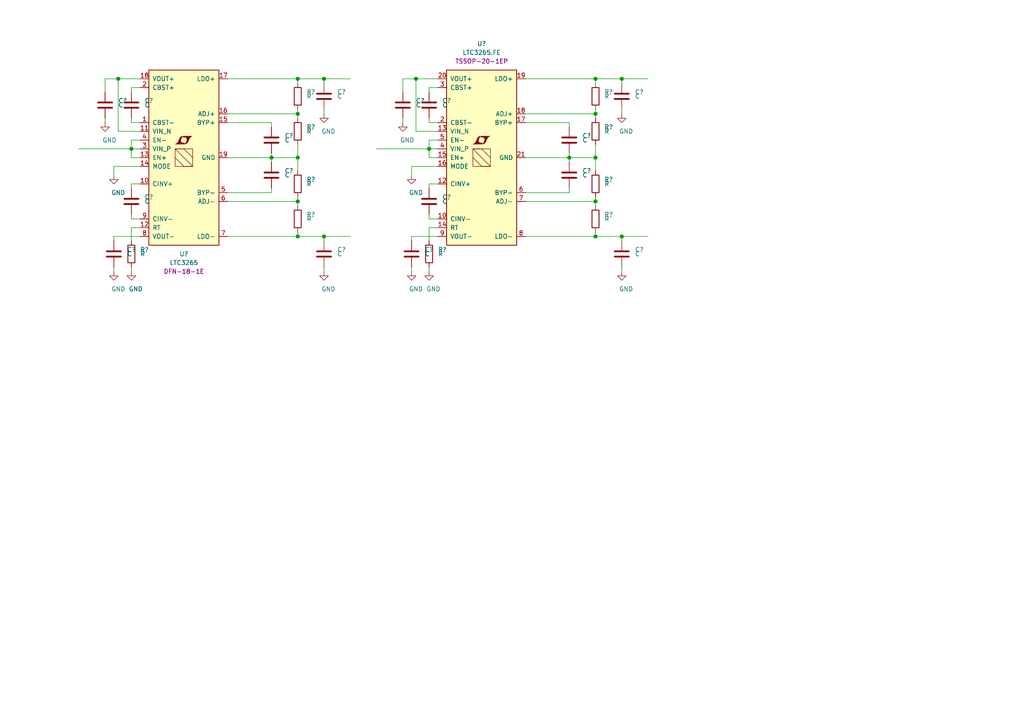
<source format=kicad_sch>
(kicad_sch (version 20201015) (generator eeschema)
  (paper "A4")
  (lib_symbols
    (symbol "ADI_Power:LTC3265.DHC" (pin_names (offset 1.016))
      (property "Reference" "U" (at -10.16 29.21 0))
      (property "Value" "LTC3265.DHC" (at -10.16 26.67 0))
      (property "Datasheet" "http://www.linear.com/product/LTC3265" (at -10.16 -26.67 0))
      (symbol "LTC3265.DHC_0_0"
        (polyline (pts (xy 0.2032 4.0894) (xy 0.2286 4.1148) (xy 0.2794 4.2164) (xy 0.2794 4.2418) (xy 0.1524 4.2418) (xy 0.0508 4.2672) (xy -0.4064 4.2672) (xy -0.4318 4.2926) (xy -0.6858 4.4196) (xy -0.7874 4.5212) (xy -0.8636 4.6482) (xy -0.9144 4.7498) (xy -0.9144 5.0546) (xy -0.8636 5.207) (xy -0.8382 5.3086) (xy -0.8128 5.3848) (xy -0.762 5.5118) (xy -0.7112 5.6642) (xy -0.635 5.7912) (xy -0.5842 5.9182) (xy -0.508 6.0198) (xy -0.4572 6.1214) (xy -0.3302 6.2484) (xy -0.508 6.2484) (xy -0.635 6.1976) (xy -0.7366 6.1468) (xy -0.8128 6.096) (xy -0.9398 5.9944) (xy -1.1176 5.8166) (xy -1.3716 5.3594) (xy -1.4732 5.08) (xy -1.4732 5.0292) (xy -1.524 4.9276) (xy -1.5748 4.8006) (xy -1.6256 4.699) (xy -1.7526 4.5212) (xy -1.905 4.318) (xy -2.0574 4.1656) (xy -2.2098 4.0386) (xy -2.3876 3.9624) (xy -2.54 3.9116) (xy 0.127 3.9116) (xy 0.2032 4.0894)) (stroke (width 0.0254)) (fill (type outline)))
        (polyline (pts (xy 0.4064 3.937) (xy 0.4826 3.937) (xy 0.6604 4.0132) (xy 0.8128 4.1148) (xy 1.0922 4.3942) (xy 1.2192 4.5974) (xy 1.3208 4.8006) (xy 1.397 5.0546) (xy 1.4224 5.0546) (xy 1.4986 5.3086) (xy 1.7526 5.715) (xy 1.905 5.8928) (xy 2.0574 6.0452) (xy 2.2098 6.1468) (xy 2.3876 6.223) (xy 2.413 6.223) (xy 2.413 6.2484) (xy -0.1524 6.2484) (xy -0.2286 6.096) (xy -0.254 6.0706) (xy -0.3048 5.969) (xy -0.3302 5.9436) (xy -0.2794 5.9436) (xy -0.2286 5.9182) (xy 0.3048 5.9182) (xy 0.3556 5.8928) (xy 0.4064 5.8928) (xy 0.4826 5.8674) (xy 0.6096 5.7912) (xy 0.7366 5.6896) (xy 0.8128 5.5626) (xy 0.8382 5.5118) (xy 0.8636 5.4864) (xy 0.8636 5.08) (xy 0.8382 5.0292) (xy 0.8382 4.953) (xy 0.7874 4.8514) (xy 0.762 4.7244) (xy 0.6858 4.572) (xy 0.635 4.4196) (xy 0.4826 4.1656) (xy 0.4318 4.064) (xy 0.2794 3.9116) (xy 0.4064 3.937)) (stroke (width 0.0254)) (fill (type outline)))
      )
      (symbol "LTC3265.DHC_0_1"
        (rectangle (start -10.16 25.4) (end 10.16 -25.4) (stroke (width 0.254)) (fill (type background)))
        (rectangle (start -2.54 2.54) (end 2.54 -2.54))
        (polyline (pts (xy -2.54 0) (xy 0 -2.54) (xy 2.54 -2.54) (xy -2.54 2.54) (xy 0 2.54) (xy 2.54 0)))
      )
      (symbol "LTC3265.DHC_1_1"
        (pin passive line (at -12.7 10.16 0) (length 2.54) (name "CBST-") (number "1"))
        (pin passive line (at -12.7 -7.62 0) (length 2.54) (name "CINV+") (number "10"))
        (pin power_in line (at -12.7 7.62 0) (length 2.54) (name "VIN_N") (number "11"))
        (pin passive line (at -12.7 -20.32 0) (length 2.54) (name "RT") (number "12"))
        (pin input line (at -12.7 0 0) (length 2.54) (name "EN+") (number "13"))
        (pin input line (at -12.7 -2.54 0) (length 2.54) (name "MODE") (number "14"))
        (pin passive line (at 12.7 10.16 180) (length 2.54) (name "BYP+") (number "15"))
        (pin passive line (at 12.7 12.7 180) (length 2.54) (name "ADJ+") (number "16"))
        (pin power_out line (at 12.7 22.86 180) (length 2.54) (name "LDO+") (number "17"))
        (pin power_out line (at -12.7 22.86 0) (length 2.54) (name "VOUT+") (number "18"))
        (pin power_in line (at 12.7 0 180) (length 2.54) (name "GND") (number "19"))
        (pin passive line (at -12.7 20.32 0) (length 2.54) (name "CBST+") (number "2"))
        (pin power_in line (at -12.7 2.54 0) (length 2.54) (name "VIN_P") (number "3"))
        (pin input line (at -12.7 5.08 0) (length 2.54) (name "EN-") (number "4"))
        (pin passive line (at 12.7 -10.16 180) (length 2.54) (name "BYP-") (number "5"))
        (pin passive line (at 12.7 -12.7 180) (length 2.54) (name "ADJ-") (number "6"))
        (pin power_out line (at 12.7 -22.86 180) (length 2.54) (name "LDO-") (number "7"))
        (pin power_out line (at -12.7 -22.86 0) (length 2.54) (name "VOUT-") (number "8"))
        (pin passive line (at -12.7 -17.78 0) (length 2.54) (name "CINV-") (number "9"))
      )
    )
    (symbol "ADI_Power:LTC3265.FE" (pin_names (offset 1.016))
      (property "Reference" "U" (at -10.16 29.21 0))
      (property "Value" "LTC3265.FE" (at -10.16 26.67 0))
      (property "Datasheet" "http://www.linear.com/product/LTC3265" (at -10.16 -26.67 0))
      (symbol "LTC3265.FE_0_0"
        (polyline (pts (xy 0.2032 4.0894) (xy 0.2286 4.1148) (xy 0.2794 4.2164) (xy 0.2794 4.2418) (xy 0.1524 4.2418) (xy 0.0508 4.2672) (xy -0.4064 4.2672) (xy -0.4318 4.2926) (xy -0.6858 4.4196) (xy -0.7874 4.5212) (xy -0.8636 4.6482) (xy -0.9144 4.7498) (xy -0.9144 5.0546) (xy -0.8636 5.207) (xy -0.8382 5.3086) (xy -0.8128 5.3848) (xy -0.762 5.5118) (xy -0.7112 5.6642) (xy -0.635 5.7912) (xy -0.5842 5.9182) (xy -0.508 6.0198) (xy -0.4572 6.1214) (xy -0.3302 6.2484) (xy -0.508 6.2484) (xy -0.635 6.1976) (xy -0.7366 6.1468) (xy -0.8128 6.096) (xy -0.9398 5.9944) (xy -1.1176 5.8166) (xy -1.3716 5.3594) (xy -1.4732 5.08) (xy -1.4732 5.0292) (xy -1.524 4.9276) (xy -1.5748 4.8006) (xy -1.6256 4.699) (xy -1.7526 4.5212) (xy -1.905 4.318) (xy -2.0574 4.1656) (xy -2.2098 4.0386) (xy -2.3876 3.9624) (xy -2.54 3.9116) (xy 0.127 3.9116) (xy 0.2032 4.0894)) (stroke (width 0.0254)) (fill (type outline)))
        (polyline (pts (xy 0.4064 3.937) (xy 0.4826 3.937) (xy 0.6604 4.0132) (xy 0.8128 4.1148) (xy 1.0922 4.3942) (xy 1.2192 4.5974) (xy 1.3208 4.8006) (xy 1.397 5.0546) (xy 1.4224 5.0546) (xy 1.4986 5.3086) (xy 1.7526 5.715) (xy 1.905 5.8928) (xy 2.0574 6.0452) (xy 2.2098 6.1468) (xy 2.3876 6.223) (xy 2.413 6.223) (xy 2.413 6.2484) (xy -0.1524 6.2484) (xy -0.2286 6.096) (xy -0.254 6.0706) (xy -0.3048 5.969) (xy -0.3302 5.9436) (xy -0.2794 5.9436) (xy -0.2286 5.9182) (xy 0.3048 5.9182) (xy 0.3556 5.8928) (xy 0.4064 5.8928) (xy 0.4826 5.8674) (xy 0.6096 5.7912) (xy 0.7366 5.6896) (xy 0.8128 5.5626) (xy 0.8382 5.5118) (xy 0.8636 5.4864) (xy 0.8636 5.08) (xy 0.8382 5.0292) (xy 0.8382 4.953) (xy 0.7874 4.8514) (xy 0.762 4.7244) (xy 0.6858 4.572) (xy 0.635 4.4196) (xy 0.4826 4.1656) (xy 0.4318 4.064) (xy 0.2794 3.9116) (xy 0.4064 3.937)) (stroke (width 0.0254)) (fill (type outline)))
      )
      (symbol "LTC3265.FE_0_1"
        (rectangle (start -10.16 25.4) (end 10.16 -25.4) (stroke (width 0.254)) (fill (type background)))
        (rectangle (start -2.54 2.54) (end 2.54 -2.54))
        (polyline (pts (xy -2.54 0) (xy 0 -2.54) (xy 2.54 -2.54) (xy -2.54 2.54) (xy 0 2.54) (xy 2.54 0)))
      )
      (symbol "LTC3265.FE_1_1"
        (pin unconnected line (at -12.7 -12.7 0) (length 2.54) hide (name "NC") (number "1"))
        (pin passive line (at -12.7 -17.78 0) (length 2.54) (name "CINV-") (number "10"))
        (pin unconnected line (at -12.7 -15.24 0) (length 2.54) hide (name "NC") (number "11"))
        (pin passive line (at -12.7 -7.62 0) (length 2.54) (name "CINV+") (number "12"))
        (pin power_in line (at -12.7 7.62 0) (length 2.54) (name "VIN_N") (number "13"))
        (pin passive line (at -12.7 -20.32 0) (length 2.54) (name "RT") (number "14"))
        (pin input line (at -12.7 0 0) (length 2.54) (name "EN+") (number "15"))
        (pin input line (at -12.7 -2.54 0) (length 2.54) (name "MODE") (number "16"))
        (pin passive line (at 12.7 10.16 180) (length 2.54) (name "BYP+") (number "17"))
        (pin passive line (at 12.7 12.7 180) (length 2.54) (name "ADJ+") (number "18"))
        (pin power_out line (at 12.7 22.86 180) (length 2.54) (name "LDO+") (number "19"))
        (pin passive line (at -12.7 10.16 0) (length 2.54) (name "CBST-") (number "2"))
        (pin power_out line (at -12.7 22.86 0) (length 2.54) (name "VOUT+") (number "20"))
        (pin power_in line (at 12.7 0 180) (length 2.54) (name "GND") (number "21"))
        (pin passive line (at -12.7 20.32 0) (length 2.54) (name "CBST+") (number "3"))
        (pin power_in line (at -12.7 2.54 0) (length 2.54) (name "VIN_P") (number "4"))
        (pin input line (at -12.7 5.08 0) (length 2.54) (name "EN-") (number "5"))
        (pin passive line (at 12.7 -10.16 180) (length 2.54) (name "BYP-") (number "6"))
        (pin passive line (at 12.7 -12.7 180) (length 2.54) (name "ADJ-") (number "7"))
        (pin power_out line (at 12.7 -22.86 180) (length 2.54) (name "LDO-") (number "8"))
        (pin power_out line (at -12.7 -22.86 0) (length 2.54) (name "VOUT-") (number "9"))
      )
    )
    (symbol "Device:C" (pin_numbers hide) (pin_names (offset 0.254))
      (property "Reference" "C" (at 0.635 2.54 0))
      (property "Value" "C" (at 0.635 -2.54 0))
      (symbol "C_0_1"
        (polyline (pts (xy -2.032 -0.762) (xy 2.032 -0.762)) (stroke (width 0.508)))
        (polyline (pts (xy -2.032 0.762) (xy 2.032 0.762)) (stroke (width 0.508)))
      )
      (symbol "C_1_1"
        (pin passive line (at 0 3.81 270) (length 2.794) (name "~") (number "1"))
        (pin passive line (at 0 -3.81 90) (length 2.794) (name "~") (number "2"))
      )
    )
    (symbol "Device:R" (pin_numbers hide) (pin_names (offset 0))
      (property "Reference" "R" (at 2.032 0 90))
      (property "Value" "R" (at 0 0 90))
      (symbol "R_0_1"
        (rectangle (start -1.016 -2.54) (end 1.016 2.54) (stroke (width 0.254)))
      )
      (symbol "R_1_1"
        (pin passive line (at 0 3.81 270) (length 1.27) (name "~") (number "1"))
        (pin passive line (at 0 -3.81 90) (length 1.27) (name "~") (number "2"))
      )
    )
    (symbol "power:GND" (power) (pin_names (offset 0))
      (property "Value" "GND" (at 0 -3.81 0))
      (symbol "GND_0_1"
        (polyline (pts (xy 0 0) (xy 0 -1.27) (xy 1.27 -1.27) (xy 0 -2.54) (xy -1.27 -1.27) (xy 0 -1.27)))
      )
      (symbol "GND_1_1"
        (pin power_in line (at 0 0 270) (length 0) hide (name "GND") (number "1"))
      )
    )
  )
  (junction (at 34.29 22.86) (diameter 1.016))
  (junction (at 38.1 43.18) (diameter 1.016))
  (junction (at 78.74 45.72) (diameter 1.016))
  (junction (at 86.36 22.86) (diameter 1.016))
  (junction (at 86.36 33.02) (diameter 1.016))
  (junction (at 86.36 45.72) (diameter 1.016))
  (junction (at 86.36 58.42) (diameter 1.016))
  (junction (at 86.36 68.58) (diameter 1.016))
  (junction (at 93.98 22.86) (diameter 1.016))
  (junction (at 93.98 68.58) (diameter 1.016))
  (junction (at 120.65 22.86) (diameter 1.016))
  (junction (at 124.46 43.18) (diameter 1.016))
  (junction (at 165.1 45.72) (diameter 1.016))
  (junction (at 172.72 22.86) (diameter 1.016))
  (junction (at 172.72 33.02) (diameter 1.016))
  (junction (at 172.72 45.72) (diameter 1.016))
  (junction (at 172.72 58.42) (diameter 1.016))
  (junction (at 172.72 68.58) (diameter 1.016))
  (junction (at 180.34 22.86) (diameter 1.016))
  (junction (at 180.34 68.58) (diameter 1.016))
  (wire (pts (xy 22.86 43.18) (xy 38.1 43.18)))
  (wire (pts (xy 30.48 22.86) (xy 34.29 22.86)))
  (wire (pts (xy 30.48 26.67) (xy 30.48 22.86)))
  (wire (pts (xy 30.48 34.29) (xy 30.48 35.56)))
  (wire (pts (xy 33.02 48.26) (xy 33.02 50.8)))
  (wire (pts (xy 33.02 48.26) (xy 40.64 48.26)))
  (wire (pts (xy 33.02 68.58) (xy 40.64 68.58)))
  (wire (pts (xy 33.02 69.85) (xy 33.02 68.58)))
  (wire (pts (xy 33.02 77.47) (xy 33.02 78.74)))
  (wire (pts (xy 34.29 22.86) (xy 40.64 22.86)))
  (wire (pts (xy 34.29 38.1) (xy 34.29 22.86)))
  (wire (pts (xy 38.1 25.4) (xy 40.64 25.4)))
  (wire (pts (xy 38.1 26.67) (xy 38.1 25.4)))
  (wire (pts (xy 38.1 35.56) (xy 38.1 34.29)))
  (wire (pts (xy 38.1 40.64) (xy 38.1 43.18)))
  (wire (pts (xy 38.1 43.18) (xy 38.1 45.72)))
  (wire (pts (xy 38.1 43.18) (xy 40.64 43.18)))
  (wire (pts (xy 38.1 45.72) (xy 40.64 45.72)))
  (wire (pts (xy 38.1 53.34) (xy 40.64 53.34)))
  (wire (pts (xy 38.1 54.61) (xy 38.1 53.34)))
  (wire (pts (xy 38.1 62.23) (xy 38.1 63.5)))
  (wire (pts (xy 38.1 63.5) (xy 40.64 63.5)))
  (wire (pts (xy 38.1 66.04) (xy 40.64 66.04)))
  (wire (pts (xy 38.1 69.85) (xy 38.1 66.04)))
  (wire (pts (xy 38.1 77.47) (xy 38.1 78.74)))
  (wire (pts (xy 40.64 35.56) (xy 38.1 35.56)))
  (wire (pts (xy 40.64 38.1) (xy 34.29 38.1)))
  (wire (pts (xy 40.64 40.64) (xy 38.1 40.64)))
  (wire (pts (xy 66.04 22.86) (xy 86.36 22.86)))
  (wire (pts (xy 66.04 45.72) (xy 78.74 45.72)))
  (wire (pts (xy 66.04 68.58) (xy 86.36 68.58)))
  (wire (pts (xy 78.74 35.56) (xy 66.04 35.56)))
  (wire (pts (xy 78.74 36.83) (xy 78.74 35.56)))
  (wire (pts (xy 78.74 44.45) (xy 78.74 45.72)))
  (wire (pts (xy 78.74 45.72) (xy 78.74 46.99)))
  (wire (pts (xy 78.74 45.72) (xy 86.36 45.72)))
  (wire (pts (xy 78.74 54.61) (xy 78.74 55.88)))
  (wire (pts (xy 78.74 55.88) (xy 66.04 55.88)))
  (wire (pts (xy 86.36 22.86) (xy 93.98 22.86)))
  (wire (pts (xy 86.36 24.13) (xy 86.36 22.86)))
  (wire (pts (xy 86.36 31.75) (xy 86.36 33.02)))
  (wire (pts (xy 86.36 33.02) (xy 66.04 33.02)))
  (wire (pts (xy 86.36 33.02) (xy 86.36 34.29)))
  (wire (pts (xy 86.36 41.91) (xy 86.36 45.72)))
  (wire (pts (xy 86.36 45.72) (xy 86.36 49.53)))
  (wire (pts (xy 86.36 57.15) (xy 86.36 58.42)))
  (wire (pts (xy 86.36 58.42) (xy 66.04 58.42)))
  (wire (pts (xy 86.36 58.42) (xy 86.36 59.69)))
  (wire (pts (xy 86.36 67.31) (xy 86.36 68.58)))
  (wire (pts (xy 86.36 68.58) (xy 93.98 68.58)))
  (wire (pts (xy 93.98 22.86) (xy 93.98 24.13)))
  (wire (pts (xy 93.98 22.86) (xy 101.6 22.86)))
  (wire (pts (xy 93.98 31.75) (xy 93.98 33.02)))
  (wire (pts (xy 93.98 68.58) (xy 93.98 69.85)))
  (wire (pts (xy 93.98 68.58) (xy 101.6 68.58)))
  (wire (pts (xy 93.98 77.47) (xy 93.98 78.74)))
  (wire (pts (xy 109.22 43.18) (xy 124.46 43.18)))
  (wire (pts (xy 116.84 22.86) (xy 120.65 22.86)))
  (wire (pts (xy 116.84 26.67) (xy 116.84 22.86)))
  (wire (pts (xy 116.84 34.29) (xy 116.84 35.56)))
  (wire (pts (xy 119.38 48.26) (xy 119.38 50.8)))
  (wire (pts (xy 119.38 48.26) (xy 127 48.26)))
  (wire (pts (xy 119.38 68.58) (xy 127 68.58)))
  (wire (pts (xy 119.38 69.85) (xy 119.38 68.58)))
  (wire (pts (xy 119.38 77.47) (xy 119.38 78.74)))
  (wire (pts (xy 120.65 22.86) (xy 127 22.86)))
  (wire (pts (xy 120.65 38.1) (xy 120.65 22.86)))
  (wire (pts (xy 124.46 25.4) (xy 127 25.4)))
  (wire (pts (xy 124.46 26.67) (xy 124.46 25.4)))
  (wire (pts (xy 124.46 35.56) (xy 124.46 34.29)))
  (wire (pts (xy 124.46 40.64) (xy 124.46 43.18)))
  (wire (pts (xy 124.46 43.18) (xy 124.46 45.72)))
  (wire (pts (xy 124.46 43.18) (xy 127 43.18)))
  (wire (pts (xy 124.46 45.72) (xy 127 45.72)))
  (wire (pts (xy 124.46 53.34) (xy 127 53.34)))
  (wire (pts (xy 124.46 54.61) (xy 124.46 53.34)))
  (wire (pts (xy 124.46 62.23) (xy 124.46 63.5)))
  (wire (pts (xy 124.46 63.5) (xy 127 63.5)))
  (wire (pts (xy 124.46 66.04) (xy 127 66.04)))
  (wire (pts (xy 124.46 69.85) (xy 124.46 66.04)))
  (wire (pts (xy 124.46 77.47) (xy 124.46 78.74)))
  (wire (pts (xy 127 35.56) (xy 124.46 35.56)))
  (wire (pts (xy 127 38.1) (xy 120.65 38.1)))
  (wire (pts (xy 127 40.64) (xy 124.46 40.64)))
  (wire (pts (xy 152.4 22.86) (xy 172.72 22.86)))
  (wire (pts (xy 152.4 45.72) (xy 165.1 45.72)))
  (wire (pts (xy 152.4 68.58) (xy 172.72 68.58)))
  (wire (pts (xy 165.1 35.56) (xy 152.4 35.56)))
  (wire (pts (xy 165.1 36.83) (xy 165.1 35.56)))
  (wire (pts (xy 165.1 44.45) (xy 165.1 45.72)))
  (wire (pts (xy 165.1 45.72) (xy 165.1 46.99)))
  (wire (pts (xy 165.1 45.72) (xy 172.72 45.72)))
  (wire (pts (xy 165.1 54.61) (xy 165.1 55.88)))
  (wire (pts (xy 165.1 55.88) (xy 152.4 55.88)))
  (wire (pts (xy 172.72 22.86) (xy 180.34 22.86)))
  (wire (pts (xy 172.72 24.13) (xy 172.72 22.86)))
  (wire (pts (xy 172.72 31.75) (xy 172.72 33.02)))
  (wire (pts (xy 172.72 33.02) (xy 152.4 33.02)))
  (wire (pts (xy 172.72 33.02) (xy 172.72 34.29)))
  (wire (pts (xy 172.72 41.91) (xy 172.72 45.72)))
  (wire (pts (xy 172.72 45.72) (xy 172.72 49.53)))
  (wire (pts (xy 172.72 57.15) (xy 172.72 58.42)))
  (wire (pts (xy 172.72 58.42) (xy 152.4 58.42)))
  (wire (pts (xy 172.72 58.42) (xy 172.72 59.69)))
  (wire (pts (xy 172.72 67.31) (xy 172.72 68.58)))
  (wire (pts (xy 172.72 68.58) (xy 180.34 68.58)))
  (wire (pts (xy 180.34 22.86) (xy 180.34 24.13)))
  (wire (pts (xy 180.34 22.86) (xy 187.96 22.86)))
  (wire (pts (xy 180.34 31.75) (xy 180.34 33.02)))
  (wire (pts (xy 180.34 68.58) (xy 180.34 69.85)))
  (wire (pts (xy 180.34 68.58) (xy 187.96 68.58)))
  (wire (pts (xy 180.34 77.47) (xy 180.34 78.74)))
  (symbol (lib_id "power:GND") (at 30.48 35.56 0) (unit 1)
    (property "Reference" "#PWR?" (effects hide))
    (property "Value" "GND" (at 31.75 40.64 0))
  )
  (symbol (lib_id "power:GND") (at 33.02 50.8 0) (unit 1)
    (property "Reference" "#PWR?" (effects hide))
    (property "Value" "GND" (at 34.29 55.88 0))
  )
  (symbol (lib_id "power:GND") (at 33.02 78.74 0) (unit 1)
    (property "Reference" "#PWR?" (effects hide))
    (property "Value" "GND" (at 34.29 83.82 0))
  )
  (symbol (lib_id "power:GND") (at 38.1 78.74 0) (unit 1)
    (property "Reference" "#PWR?" (effects hide))
    (property "Value" "GND" (at 39.37 83.82 0))
  )
  (symbol (lib_id "power:GND") (at 93.98 33.02 0) (unit 1)
    (property "Reference" "#PWR?" (effects hide))
    (property "Value" "GND" (at 95.25 38.1 0))
  )
  (symbol (lib_id "power:GND") (at 93.98 78.74 0) (unit 1)
    (property "Reference" "#PWR?" (effects hide))
    (property "Value" "GND" (at 95.25 83.82 0))
  )
  (symbol (lib_id "power:GND") (at 116.84 35.56 0) (unit 1)
    (property "Reference" "#PWR?" (effects hide))
    (property "Value" "GND" (at 118.11 40.64 0))
  )
  (symbol (lib_id "power:GND") (at 119.38 50.8 0) (unit 1)
    (property "Reference" "#PWR?" (effects hide))
    (property "Value" "GND" (at 120.65 55.88 0))
  )
  (symbol (lib_id "power:GND") (at 119.38 78.74 0) (unit 1)
    (property "Reference" "#PWR?" (effects hide))
    (property "Value" "GND" (at 120.65 83.82 0))
  )
  (symbol (lib_id "power:GND") (at 124.46 78.74 0) (unit 1)
    (property "Reference" "#PWR?" (effects hide))
    (property "Value" "GND" (at 125.73 83.82 0))
  )
  (symbol (lib_id "power:GND") (at 180.34 33.02 0) (unit 1)
    (property "Reference" "#PWR?" (effects hide))
    (property "Value" "GND" (at 181.61 38.1 0))
  )
  (symbol (lib_id "power:GND") (at 180.34 78.74 0) (unit 1)
    (property "Reference" "#PWR?" (effects hide))
    (property "Value" "GND" (at 181.61 83.82 0))
  )
  (symbol (lib_id "Device:R") (at 38.1 73.66 0) (unit 1)
    (property "Reference" "R?" (at 40.64 72.39 0) (effects (justify left)))
    (property "Value" "R" (at 40.64 73.66 0) (effects (justify left)))
  )
  (symbol (lib_id "Device:R") (at 86.36 27.94 0) (unit 1)
    (property "Reference" "R?" (at 88.9 26.67 0) (effects (justify left)))
    (property "Value" "R" (at 88.9 27.94 0) (effects (justify left)))
  )
  (symbol (lib_id "Device:R") (at 86.36 38.1 0) (unit 1)
    (property "Reference" "R?" (at 88.9 36.83 0) (effects (justify left)))
    (property "Value" "R" (at 88.9 38.1 0) (effects (justify left)))
  )
  (symbol (lib_id "Device:R") (at 86.36 53.34 0) (unit 1)
    (property "Reference" "R?" (at 88.9 52.07 0) (effects (justify left)))
    (property "Value" "R" (at 88.9 53.34 0) (effects (justify left)))
  )
  (symbol (lib_id "Device:R") (at 86.36 63.5 0) (unit 1)
    (property "Reference" "R?" (at 88.9 62.23 0) (effects (justify left)))
    (property "Value" "R" (at 88.9 63.5 0) (effects (justify left)))
  )
  (symbol (lib_id "Device:R") (at 124.46 73.66 0) (unit 1)
    (property "Reference" "R?" (at 127 72.39 0) (effects (justify left)))
    (property "Value" "R" (at 127 73.66 0) (effects (justify left)))
  )
  (symbol (lib_id "Device:R") (at 172.72 27.94 0) (unit 1)
    (property "Reference" "R?" (at 175.26 26.67 0) (effects (justify left)))
    (property "Value" "R" (at 175.26 27.94 0) (effects (justify left)))
  )
  (symbol (lib_id "Device:R") (at 172.72 38.1 0) (unit 1)
    (property "Reference" "R?" (at 175.26 36.83 0) (effects (justify left)))
    (property "Value" "R" (at 175.26 38.1 0) (effects (justify left)))
  )
  (symbol (lib_id "Device:R") (at 172.72 53.34 0) (unit 1)
    (property "Reference" "R?" (at 175.26 52.07 0) (effects (justify left)))
    (property "Value" "R" (at 175.26 53.34 0) (effects (justify left)))
  )
  (symbol (lib_id "Device:R") (at 172.72 63.5 0) (unit 1)
    (property "Reference" "R?" (at 175.26 62.23 0) (effects (justify left)))
    (property "Value" "R" (at 175.26 63.5 0) (effects (justify left)))
  )
  (symbol (lib_id "Device:C") (at 30.48 30.48 0) (unit 1)
    (property "Reference" "C?" (at 34.29 29.21 0) (effects (justify left)))
    (property "Value" "C" (at 34.29 30.48 0) (effects (justify left)))
  )
  (symbol (lib_id "Device:C") (at 33.02 73.66 0) (unit 1)
    (property "Reference" "C?" (at 36.83 72.39 0) (effects (justify left)))
    (property "Value" "C" (at 36.83 73.66 0) (effects (justify left)))
  )
  (symbol (lib_id "Device:C") (at 38.1 30.48 180) (unit 1)
    (property "Reference" "C?" (at 41.91 29.21 0) (effects (justify right)))
    (property "Value" "C" (at 41.91 30.48 0) (effects (justify right)))
  )
  (symbol (lib_id "Device:C") (at 38.1 58.42 0) (unit 1)
    (property "Reference" "C?" (at 41.91 57.15 0) (effects (justify left)))
    (property "Value" "C" (at 41.91 58.42 0) (effects (justify left)))
  )
  (symbol (lib_id "Device:C") (at 78.74 40.64 0) (unit 1)
    (property "Reference" "C?" (at 82.55 39.37 0) (effects (justify left)))
    (property "Value" "C" (at 82.55 40.64 0) (effects (justify left)))
  )
  (symbol (lib_id "Device:C") (at 78.74 50.8 0) (unit 1)
    (property "Reference" "C?" (at 82.55 49.53 0) (effects (justify left)))
    (property "Value" "C" (at 82.55 50.8 0) (effects (justify left)))
  )
  (symbol (lib_id "Device:C") (at 93.98 27.94 0) (unit 1)
    (property "Reference" "C?" (at 97.79 26.67 0) (effects (justify left)))
    (property "Value" "C" (at 97.79 27.94 0) (effects (justify left)))
  )
  (symbol (lib_id "Device:C") (at 93.98 73.66 0) (unit 1)
    (property "Reference" "C?" (at 97.79 72.39 0) (effects (justify left)))
    (property "Value" "C" (at 97.79 73.66 0) (effects (justify left)))
  )
  (symbol (lib_id "Device:C") (at 116.84 30.48 0) (unit 1)
    (property "Reference" "C?" (at 120.65 29.21 0) (effects (justify left)))
    (property "Value" "C" (at 120.65 30.48 0) (effects (justify left)))
  )
  (symbol (lib_id "Device:C") (at 119.38 73.66 0) (unit 1)
    (property "Reference" "C?" (at 123.19 72.39 0) (effects (justify left)))
    (property "Value" "C" (at 123.19 73.66 0) (effects (justify left)))
  )
  (symbol (lib_id "Device:C") (at 124.46 30.48 180) (unit 1)
    (property "Reference" "C?" (at 128.27 29.21 0) (effects (justify right)))
    (property "Value" "C" (at 128.27 30.48 0) (effects (justify right)))
  )
  (symbol (lib_id "Device:C") (at 124.46 58.42 0) (unit 1)
    (property "Reference" "C?" (at 128.27 57.15 0) (effects (justify left)))
    (property "Value" "C" (at 128.27 58.42 0) (effects (justify left)))
  )
  (symbol (lib_id "Device:C") (at 165.1 40.64 0) (unit 1)
    (property "Reference" "C?" (at 168.91 39.37 0) (effects (justify left)))
    (property "Value" "C" (at 168.91 40.64 0) (effects (justify left)))
  )
  (symbol (lib_id "Device:C") (at 165.1 50.8 0) (unit 1)
    (property "Reference" "C?" (at 168.91 49.53 0) (effects (justify left)))
    (property "Value" "C" (at 168.91 50.8 0) (effects (justify left)))
  )
  (symbol (lib_id "Device:C") (at 180.34 27.94 0) (unit 1)
    (property "Reference" "C?" (at 184.15 26.67 0) (effects (justify left)))
    (property "Value" "C" (at 184.15 27.94 0) (effects (justify left)))
  )
  (symbol (lib_id "Device:C") (at 180.34 73.66 0) (unit 1)
    (property "Reference" "C?" (at 184.15 72.39 0) (effects (justify left)))
    (property "Value" "C" (at 184.15 73.66 0) (effects (justify left)))
  )
  (symbol (lib_id "ADI_Power:LTC3265.DHC") (at 53.34 45.72 0) (unit 1)
    (property "Reference" "U?" (at 53.34 73.66 0))
    (property "Value" "LTC3265" (at 53.34 76.2 0))
    (property "Footprint" "DFN-18-1E" (at 53.34 78.74 0))
  )
  (symbol (lib_id "ADI_Power:LTC3265.FE") (at 139.7 45.72 0) (unit 1)
    (property "Reference" "U?" (at 139.7 12.7 0))
    (property "Value" "LTC3265.FE" (at 139.7 15.24 0))
    (property "Footprint" "TSSOP-20-1EP" (at 139.7 17.78 0))
  )
)
</source>
